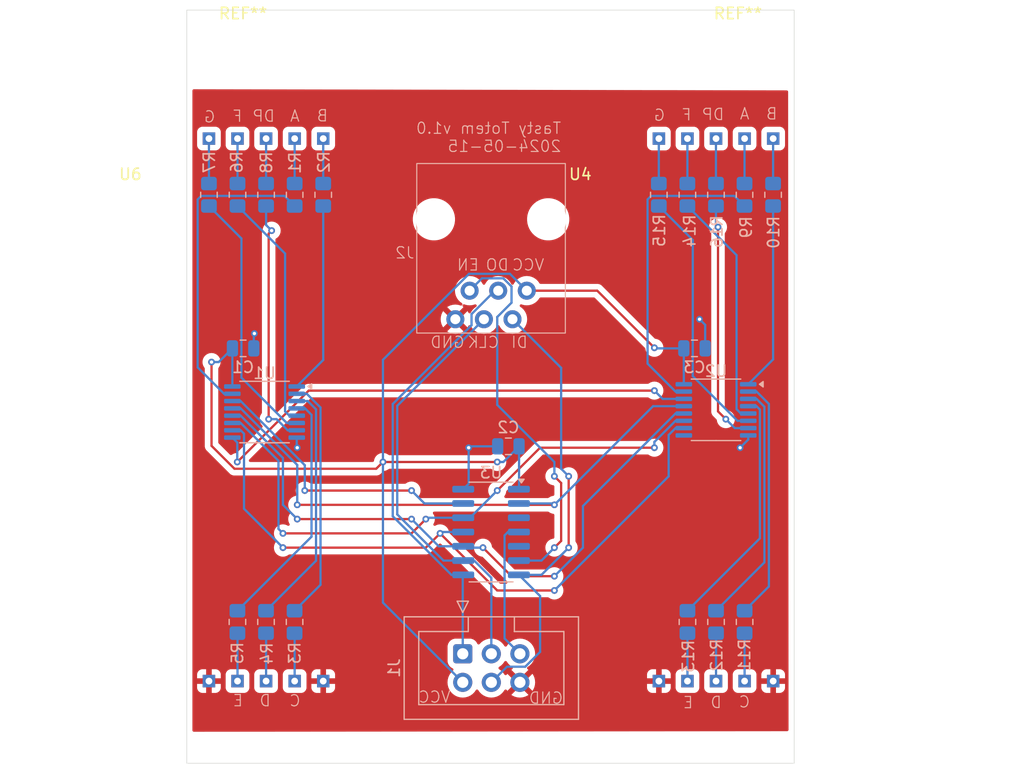
<source format=kicad_pcb>
(kicad_pcb (version 20240108) (generator "pcbnew") (generator_version "8.0")
  (layers (0 "F.Cu" signal) (31 "B.Cu" signal) (34 "B.Paste" user) (35 "F.Paste" user) (36 "B.SilkS" user "B.Silkscreen") (37 "F.SilkS" user "F.Silkscreen") (38 "B.Mask" user) (39 "F.Mask" user) (44 "Edge.Cuts" user))
  (net 0 "")
  (net 2 "GND")
  (net 3 "VCC")
  (net 4 "Net-(U1-QH')")
  (net 5 "/oe")
  (net 6 "/srclk")
  (net 7 "/ser")
  (net 8 "/srclr")
  (net 9 "/rclk")
  (net 10 "/EN")
  (net 13 "/DO")
  (net 14 "/CLK")
  (net 15 "/DI")
  (net 16 "Net-(U6-A)")
  (net 17 "Net-(U6-B)")
  (net 18 "Net-(U6-C)")
  (net 19 "Net-(U6-D)")
  (net 20 "Net-(U6-E)")
  (net 21 "Net-(U6-F)")
  (net 22 "Net-(U6-G)")
  (net 23 "Net-(U6-DP)")
  (net 24 "Net-(U4-A)")
  (net 25 "Net-(U4-B)")
  (net 26 "Net-(U4-C)")
  (net 27 "Net-(U4-D)")
  (net 28 "Net-(U4-E)")
  (net 29 "Net-(U4-F)")
  (net 30 "Net-(U4-G)")
  (net 31 "Net-(U4-DP)")
  (net 32 "/1.A")
  (net 33 "/1.B")
  (net 34 "/1.C")
  (net 35 "/1.D")
  (net 36 "/1.E")
  (net 37 "/1.F")
  (net 38 "/1.G")
  (net 39 "/1.H")
  (net 40 "/10.A")
  (net 41 "/10.B")
  (net 42 "/10.C")
  (net 43 "/10.D")
  (net 44 "/10.E")
  (net 45 "/10.F")
  (net 46 "/10.G")
  (net 47 "/10.H")
  (net 48 "/RESET")
  (footprint "SH18101AS:SH18101AS" (layer "F.Cu") (at 130.05 72.06)
    (property "Reference" "U6" (at -12.065 -20.955 0) (layer "F.SilkS"))
    (property "Value" "SH18101AS")
    (pad "P$1" thru_hole rect (at -5.08 -24.13) (size 1.108 1.108) (drill 0.6) (layers "*.Cu" "*.Mask") (net 22 "Net-(U6-G)"))
    (pad "P$2" thru_hole rect (at -2.54 -24.13) (size 1.108 1.108) (drill 0.6) (layers "*.Cu" "*.Mask") (net 21 "Net-(U6-F)"))
    (pad "P$3" thru_hole rect (at 0 -24.13) (size 1.108 1.108) (drill 0.6) (layers "*.Cu" "*.Mask") (net 23 "Net-(U6-DP)"))
    (pad "P$4" thru_hole rect (at 2.54 -24.13) (size 1.108 1.108) (drill 0.6) (layers "*.Cu" "*.Mask") (net 16 "Net-(U6-A)"))
    (pad "P$5" thru_hole rect (at 5.08 -24.13) (size 1.108 1.108) (drill 0.6) (layers "*.Cu" "*.Mask") (net 17 "Net-(U6-B)"))
    (pad "P$6" thru_hole rect (at -5.08 24.13) (size 1.108 1.108) (drill 0.6) (layers "*.Cu" "*.Mask") (net 2 "GND"))
    (pad "P$7" thru_hole rect (at -2.54 24.13) (size 1.108 1.108) (drill 0.6) (layers "*.Cu" "*.Mask") (net 20 "Net-(U6-E)"))
    (pad "P$8" thru_hole rect (at 0 24.13) (size 1.108 1.108) (drill 0.6) (layers "*.Cu" "*.Mask") (net 19 "Net-(U6-D)"))
    (pad "P$9" thru_hole rect (at 2.54 24.13) (size 1.108 1.108) (drill 0.6) (layers "*.Cu" "*.Mask") (net 18 "Net-(U6-C)"))
    (pad "P$10" thru_hole rect (at 5.08 24.13) (size 1.108 1.108) (drill 0.6) (layers "*.Cu" "*.Mask") (net 2 "GND"))
  )
  (footprint "MountingHole:MountingHole_2.2mm_M2" (layer "F.Cu") (at 172 40)
    (property "Reference" "REF**" (at 0 -3.2 0) (layer "F.SilkS"))
    (property "Value" "MountingHole_2.2mm_M2")
    (pad "" np_thru_hole circle (at 0 0) (size 2.2 2.2) (drill 2.2) (layers "*.Cu" "*.Mask"))
  )
  (footprint "SH18101AS:SH18101AS" (layer "F.Cu") (at 170.05 72.06)
    (property "Reference" "U4" (at -12.065 -20.955 0) (layer "F.SilkS"))
    (property "Value" "SH18101AS")
    (pad "P$1" thru_hole rect (at -5.08 -24.13) (size 1.108 1.108) (drill 0.6) (layers "*.Cu" "*.Mask") (net 30 "Net-(U4-G)"))
    (pad "P$2" thru_hole rect (at -2.54 -24.13) (size 1.108 1.108) (drill 0.6) (layers "*.Cu" "*.Mask") (net 29 "Net-(U4-F)"))
    (pad "P$3" thru_hole rect (at 0 -24.13) (size 1.108 1.108) (drill 0.6) (layers "*.Cu" "*.Mask") (net 31 "Net-(U4-DP)"))
    (pad "P$4" thru_hole rect (at 2.54 -24.13) (size 1.108 1.108) (drill 0.6) (layers "*.Cu" "*.Mask") (net 24 "Net-(U4-A)"))
    (pad "P$5" thru_hole rect (at 5.08 -24.13) (size 1.108 1.108) (drill 0.6) (layers "*.Cu" "*.Mask") (net 25 "Net-(U4-B)"))
    (pad "P$6" thru_hole rect (at -5.08 24.13) (size 1.108 1.108) (drill 0.6) (layers "*.Cu" "*.Mask") (net 2 "GND"))
    (pad "P$7" thru_hole rect (at -2.54 24.13) (size 1.108 1.108) (drill 0.6) (layers "*.Cu" "*.Mask") (net 28 "Net-(U4-E)"))
    (pad "P$8" thru_hole rect (at 0 24.13) (size 1.108 1.108) (drill 0.6) (layers "*.Cu" "*.Mask") (net 27 "Net-(U4-D)"))
    (pad "P$9" thru_hole rect (at 2.54 24.13) (size 1.108 1.108) (drill 0.6) (layers "*.Cu" "*.Mask") (net 26 "Net-(U4-C)"))
    (pad "P$10" thru_hole rect (at 5.08 24.13) (size 1.108 1.108) (drill 0.6) (layers "*.Cu" "*.Mask") (net 2 "GND"))
  )
  (footprint "MountingHole:MountingHole_2.2mm_M2" (layer "F.Cu") (at 128 40)
    (property "Reference" "REF**" (at 0 -3.2 0) (layer "F.SilkS"))
    (property "Value" "MountingHole_2.2mm_M2")
    (pad "" np_thru_hole circle (at 0 0) (size 2.2 2.2) (drill 2.2) (layers "*.Cu" "*.Mask"))
  )
  (footprint "Capacitor_SMD:C_0805_2012Metric" (layer "B.Cu") (at 151.589079 75.306111 180)
    (property "Reference" "C2" (at 0 1.68 180) (layer "B.SilkS") (effects (justify mirror)))
    (property "Value" "C")
    (pad "1" smd roundrect (at -0.95 0 180) (size 1 1.45) (layers "B.Cu" "B.Paste" "B.Mask") (net 3 "VCC"))
    (pad "2" smd roundrect (at 0.95 0 180) (size 1 1.45) (layers "B.Cu" "B.Paste" "B.Mask") (net 2 "GND"))
  )
  (footprint "Resistor_SMD:R_0805_2012Metric_Pad1.20x1.40mm_HandSolder" (layer "B.Cu") (at 130.05 52.93 -90)
    (property "Reference" "R8" (at -2.871096 -0.026921 90) (layer "B.SilkS") (effects (justify mirror)))
    (property "Value" "R")
    (pad "1" smd roundrect (at -1 0 270) (size 1.2 1.4) (layers "B.Cu" "B.Paste" "B.Mask") (roundrect_rratio 0.208333) (net 23 "Net-(U6-DP)"))
    (pad "2" smd roundrect (at 1 0 270) (size 1.2 1.4) (layers "B.Cu" "B.Paste" "B.Mask") (roundrect_rratio 0.208333) (net 47 "/10.H"))
  )
  (footprint "Resistor_SMD:R_0805_2012Metric_Pad1.20x1.40mm_HandSolder" (layer "B.Cu") (at 124.97 52.93 -90)
    (property "Reference" "R7" (at -2.903626 -0.032166 90) (layer "B.SilkS") (effects (justify mirror)))
    (property "Value" "R")
    (pad "1" smd roundrect (at -1 0 270) (size 1.2 1.4) (layers "B.Cu" "B.Paste" "B.Mask") (roundrect_rratio 0.208333) (net 22 "Net-(U6-G)"))
    (pad "2" smd roundrect (at 1 0 270) (size 1.2 1.4) (layers "B.Cu" "B.Paste" "B.Mask") (roundrect_rratio 0.208333) (net 46 "/10.G"))
  )
  (footprint "Resistor_SMD:R_0805_2012Metric_Pad1.20x1.40mm_HandSolder" (layer "B.Cu") (at 167.51 90.93 90)
    (property "Reference" "R13" (at -3.05719 0.081838 270) (layer "B.SilkS") (effects (justify mirror)))
    (property "Value" "R")
    (pad "1" smd roundrect (at -1 0 90) (size 1.2 1.4) (layers "B.Cu" "B.Paste" "B.Mask") (roundrect_rratio 0.208333) (net 28 "Net-(U4-E)"))
    (pad "2" smd roundrect (at 1 0 90) (size 1.2 1.4) (layers "B.Cu" "B.Paste" "B.Mask") (roundrect_rratio 0.208333) (net 36 "/1.E"))
  )
  (footprint "Resistor_SMD:R_0805_2012Metric_Pad1.20x1.40mm_HandSolder" (layer "B.Cu") (at 135.13 52.93 -90)
    (property "Reference" "R2" (at -2.903626 -0.054207 90) (layer "B.SilkS") (effects (justify mirror)))
    (property "Value" "R")
    (pad "1" smd roundrect (at -1 0 270) (size 1.2 1.4) (layers "B.Cu" "B.Paste" "B.Mask") (roundrect_rratio 0.208333) (net 17 "Net-(U6-B)"))
    (pad "2" smd roundrect (at 1 0 270) (size 1.2 1.4) (layers "B.Cu" "B.Paste" "B.Mask") (roundrect_rratio 0.208333) (net 41 "/10.B"))
  )
  (footprint "Resistor_SMD:R_0805_2012Metric_Pad1.20x1.40mm_HandSolder" (layer "B.Cu") (at 127.502959 90.93 90)
    (property "Reference" "R5" (at -2.774134 0.001119 270) (layer "B.SilkS") (effects (justify mirror)))
    (property "Value" "R")
    (pad "1" smd roundrect (at -1 0 90) (size 1.2 1.4) (layers "B.Cu" "B.Paste" "B.Mask") (roundrect_rratio 0.208333) (net 20 "Net-(U6-E)"))
    (pad "2" smd roundrect (at 1 0 90) (size 1.2 1.4) (layers "B.Cu" "B.Paste" "B.Mask") (roundrect_rratio 0.208333) (net 44 "/10.E"))
  )
  (footprint "Capacitor_SMD:C_0805_2012Metric" (layer "B.Cu") (at 168.134332 66.592624)
    (property "Reference" "C3" (at 0 1.68 360) (layer "B.SilkS") (effects (justify mirror)))
    (property "Value" "C")
    (pad "1" smd roundrect (at -0.95 0) (size 1 1.45) (layers "B.Cu" "B.Paste" "B.Mask") (net 3 "VCC"))
    (pad "2" smd roundrect (at 0.95 0) (size 1 1.45) (layers "B.Cu" "B.Paste" "B.Mask") (net 2 "GND"))
  )
  (footprint "Resistor_SMD:R_0805_2012Metric_Pad1.20x1.40mm_HandSolder" (layer "B.Cu") (at 172.583801 52.93 -90)
    (property "Reference" "R9" (at 2.8868 -0.140581 90) (layer "B.SilkS") (effects (justify mirror)))
    (property "Value" "R")
    (pad "1" smd roundrect (at -1 0 270) (size 1.2 1.4) (layers "B.Cu" "B.Paste" "B.Mask") (roundrect_rratio 0.208333) (net 24 "Net-(U4-A)"))
    (pad "2" smd roundrect (at 1 0 270) (size 1.2 1.4) (layers "B.Cu" "B.Paste" "B.Mask") (roundrect_rratio 0.208333) (net 32 "/1.A"))
  )
  (footprint "Connector_IDC:IDC-Header_2x03_P2.54mm_Vertical" (layer "B.Cu") (at 147.533844 93.762064 -90)
    (property "Reference" "J1" (at 1.27 6.1 90) (layer "B.SilkS") (effects (justify mirror)))
    (property "Value" "AVR-ISP-6")
    (pad "1" thru_hole roundrect (at 0 0 270) (size 1.7 1.7) (drill 1) (layers "*.Cu" "*.Mask") (roundrect_rratio 0.147059) (net 13 "/DO"))
    (pad "2" thru_hole circle (at 2.54 0 270) (size 1.7 1.7) (drill 1) (layers "*.Cu" "*.Mask") (net 3 "VCC"))
    (pad "3" thru_hole circle (at 0 -2.54 270) (size 1.7 1.7) (drill 1) (layers "*.Cu" "*.Mask") (net 14 "/CLK"))
    (pad "4" thru_hole circle (at 2.54 -2.54 270) (size 1.7 1.7) (drill 1) (layers "*.Cu" "*.Mask") (net 15 "/DI"))
    (pad "5" thru_hole circle (at 0 -5.08 270) (size 1.7 1.7) (drill 1) (layers "*.Cu" "*.Mask") (net 48 "/RESET"))
    (pad "6" thru_hole circle (at 2.54 -5.08 270) (size 1.7 1.7) (drill 1) (layers "*.Cu" "*.Mask") (net 2 "GND"))
  )
  (footprint "Resistor_SMD:R_0805_2012Metric_Pad1.20x1.40mm_HandSolder" (layer "B.Cu") (at 172.59 90.93 90)
    (property "Reference" "R11" (at -2.951044 -0.009306 270) (layer "B.SilkS") (effects (justify mirror)))
    (property "Value" "R")
    (pad "1" smd roundrect (at -1 0 90) (size 1.2 1.4) (layers "B.Cu" "B.Paste" "B.Mask") (roundrect_rratio 0.208333) (net 26 "Net-(U4-C)"))
    (pad "2" smd roundrect (at 1 0 90) (size 1.2 1.4) (layers "B.Cu" "B.Paste" "B.Mask") (roundrect_rratio 0.208333) (net 34 "/1.C"))
  )
  (footprint "Package_SO:SOIC-14_3.9x8.7mm_P1.27mm" (layer "B.Cu") (at 150.05 82.93 180)
    (property "Reference" "U3" (at 0 5.28 180) (layer "B.SilkS") (effects (justify mirror)))
    (property "Value" "ATtiny84A-SS")
    (pad "1" smd roundrect (at -2.475 3.81 180) (size 1.95 0.6) (layers "B.Cu" "B.Paste" "B.Mask") (net 3 "VCC"))
    (pad "2" smd roundrect (at -2.475 2.54 180) (size 1.95 0.6) (layers "B.Cu" "B.Paste" "B.Mask") (net 5 "/oe"))
    (pad "3" smd roundrect (at -2.475 1.27 180) (size 1.95 0.6) (layers "B.Cu" "B.Paste" "B.Mask"))
    (pad "4" smd roundrect (at -2.475 0 180) (size 1.95 0.6) (layers "B.Cu" "B.Paste" "B.Mask") (net 48 "/RESET"))
    (pad "5" smd roundrect (at -2.475 -1.27 180) (size 1.95 0.6) (layers "B.Cu" "B.Paste" "B.Mask"))
    (pad "6" smd roundrect (at -2.475 -2.54 180) (size 1.95 0.6) (layers "B.Cu" "B.Paste" "B.Mask") (net 10 "/EN"))
    (pad "7" smd roundrect (at -2.475 -3.81 180) (size 1.95 0.6) (layers "B.Cu" "B.Paste" "B.Mask") (net 15 "/DI"))
    (pad "8" smd roundrect (at 2.475 -3.81 180) (size 1.95 0.6) (layers "B.Cu" "B.Paste" "B.Mask") (net 13 "/DO"))
    (pad "9" smd roundrect (at 2.475 -2.54 180) (size 1.95 0.6) (layers "B.Cu" "B.Paste" "B.Mask") (net 14 "/CLK"))
    (pad "10" smd roundrect (at 2.475 -1.27 180) (size 1.95 0.6) (layers "B.Cu" "B.Paste" "B.Mask") (net 9 "/rclk"))
    (pad "11" smd roundrect (at 2.475 0 180) (size 1.95 0.6) (layers "B.Cu" "B.Paste" "B.Mask") (net 8 "/srclr"))
    (pad "12" smd roundrect (at 2.475 1.27 180) (size 1.95 0.6) (layers "B.Cu" "B.Paste" "B.Mask") (net 6 "/srclk"))
    (pad "13" smd roundrect (at 2.475 2.54 180) (size 1.95 0.6) (layers "B.Cu" "B.Paste" "B.Mask") (net 7 "/ser"))
    (pad "14" smd roundrect (at 2.475 3.81 180) (size 1.95 0.6) (layers "B.Cu" "B.Paste" "B.Mask") (net 2 "GND"))
  )
  (footprint "Capacitor_SMD:C_0805_2012Metric" (layer "B.Cu") (at 128.00734 66.592624)
    (property "Reference" "C1" (at 0 1.68 360) (layer "B.SilkS") (effects (justify mirror)))
    (property "Value" "C")
    (pad "1" smd roundrect (at -0.95 0) (size 1 1.45) (layers "B.Cu" "B.Paste" "B.Mask") (net 3 "VCC"))
    (pad "2" smd roundrect (at 0.95 0) (size 1 1.45) (layers "B.Cu" "B.Paste" "B.Mask") (net 2 "GND"))
  )
  (footprint "Resistor_SMD:R_0805_2012Metric_Pad1.20x1.40mm_HandSolder" (layer "B.Cu") (at 132.582959 90.93 90)
    (property "Reference" "R3" (at -2.774134 0.016121 270) (layer "B.SilkS") (effects (justify mirror)))
    (property "Value" "R")
    (pad "1" smd roundrect (at -1 0 90) (size 1.2 1.4) (layers "B.Cu" "B.Paste" "B.Mask") (roundrect_rratio 0.208333) (net 18 "Net-(U6-C)"))
    (pad "2" smd roundrect (at 1 0 90) (size 1.2 1.4) (layers "B.Cu" "B.Paste" "B.Mask") (roundrect_rratio 0.208333) (net 42 "/10.C"))
  )
  (footprint "Resistor_SMD:R_0805_2012Metric_Pad1.20x1.40mm_HandSolder" (layer "B.Cu") (at 167.503801 52.93 -90)
    (property "Reference" "R14" (at 3.212104 -0.210887 90) (layer "B.SilkS") (effects (justify mirror)))
    (property "Value" "R")
    (pad "1" smd roundrect (at -1 0 270) (size 1.2 1.4) (layers "B.Cu" "B.Paste" "B.Mask") (roundrect_rratio 0.208333) (net 29 "Net-(U4-F)"))
    (pad "2" smd roundrect (at 1 0 270) (size 1.2 1.4) (layers "B.Cu" "B.Paste" "B.Mask") (roundrect_rratio 0.208333) (net 37 "/1.F"))
  )
  (footprint "Resistor_SMD:R_0805_2012Metric_Pad1.20x1.40mm_HandSolder" (layer "B.Cu") (at 130.042959 90.93 90)
    (property "Reference" "R4" (at -2.809516 0.079384 270) (layer "B.SilkS") (effects (justify mirror)))
    (property "Value" "R")
    (pad "1" smd roundrect (at -1 0 90) (size 1.2 1.4) (layers "B.Cu" "B.Paste" "B.Mask") (roundrect_rratio 0.208333) (net 19 "Net-(U6-D)"))
    (pad "2" smd roundrect (at 1 0 90) (size 1.2 1.4) (layers "B.Cu" "B.Paste" "B.Mask") (roundrect_rratio 0.208333) (net 43 "/10.D"))
  )
  (footprint "Package_SO:TSSOP-16_4.4x5mm_P0.65mm" (layer "B.Cu") (at 170.05 72.06 180)
    (property "Reference" "U2" (at 0 3.45 180) (layer "B.SilkS") (effects (justify mirror)))
    (property "Value" "74HC595")
    (pad "1" smd roundrect (at -2.8625 2.275 180) (size 1.475 0.4) (layers "B.Cu" "B.Paste" "B.Mask") (net 33 "/1.B"))
    (pad "2" smd roundrect (at -2.8625 1.625 180) (size 1.475 0.4) (layers "B.Cu" "B.Paste" "B.Mask") (net 34 "/1.C"))
    (pad "3" smd roundrect (at -2.8625 0.975 180) (size 1.475 0.4) (layers "B.Cu" "B.Paste" "B.Mask") (net 35 "/1.D"))
    (pad "4" smd roundrect (at -2.8625 0.325 180) (size 1.475 0.4) (layers "B.Cu" "B.Paste" "B.Mask") (net 36 "/1.E"))
    (pad "5" smd roundrect (at -2.8625 -0.325 180) (size 1.475 0.4) (layers "B.Cu" "B.Paste" "B.Mask") (net 37 "/1.F"))
    (pad "6" smd roundrect (at -2.8625 -0.975 180) (size 1.475 0.4) (layers "B.Cu" "B.Paste" "B.Mask") (net 38 "/1.G"))
    (pad "7" smd roundrect (at -2.8625 -1.625 180) (size 1.475 0.4) (layers "B.Cu" "B.Paste" "B.Mask") (net 39 "/1.H"))
    (pad "8" smd roundrect (at -2.8625 -2.275 180) (size 1.475 0.4) (layers "B.Cu" "B.Paste" "B.Mask") (net 2 "GND"))
    (pad "9" smd roundrect (at 2.8625 -2.275 180) (size 1.475 0.4) (layers "B.Cu" "B.Paste" "B.Mask"))
    (pad "10" smd roundrect (at 2.8625 -1.625 180) (size 1.475 0.4) (layers "B.Cu" "B.Paste" "B.Mask") (net 8 "/srclr"))
    (pad "11" smd roundrect (at 2.8625 -0.975 180) (size 1.475 0.4) (layers "B.Cu" "B.Paste" "B.Mask") (net 6 "/srclk"))
    (pad "12" smd roundrect (at 2.8625 -0.325 180) (size 1.475 0.4) (layers "B.Cu" "B.Paste" "B.Mask") (net 9 "/rclk"))
    (pad "13" smd roundrect (at 2.8625 0.325 180) (size 1.475 0.4) (layers "B.Cu" "B.Paste" "B.Mask") (net 5 "/oe"))
    (pad "14" smd roundrect (at 2.8625 0.975 180) (size 1.475 0.4) (layers "B.Cu" "B.Paste" "B.Mask") (net 4 "Net-(U1-QH')"))
    (pad "15" smd roundrect (at 2.8625 1.625 180) (size 1.475 0.4) (layers "B.Cu" "B.Paste" "B.Mask") (net 32 "/1.A"))
    (pad "16" smd roundrect (at 2.8625 2.275 180) (size 1.475 0.4) (layers "B.Cu" "B.Paste" "B.Mask") (net 3 "VCC"))
  )
  (footprint "Resistor_SMD:R_0805_2012Metric_Pad1.20x1.40mm_HandSolder" (layer "B.Cu") (at 132.59 52.93 -90)
    (property "Reference" "R1" (at -2.838565 -0.024299 90) (layer "B.SilkS") (effects (justify mirror)))
    (property "Value" "R")
    (pad "1" smd roundrect (at -1 0 270) (size 1.2 1.4) (layers "B.Cu" "B.Paste" "B.Mask") (roundrect_rratio 0.208333) (net 16 "Net-(U6-A)"))
    (pad "2" smd roundrect (at 1 0 270) (size 1.2 1.4) (layers "B.Cu" "B.Paste" "B.Mask") (roundrect_rratio 0.208333) (net 40 "/10.A"))
  )
  (footprint "Resistor_SMD:R_0805_2012Metric_Pad1.20x1.40mm_HandSolder" (layer "B.Cu") (at 175.123801 52.93 -90)
    (property "Reference" "R10" (at 3.342226 -0.040367 90) (layer "B.SilkS") (effects (justify mirror)))
    (property "Value" "R")
    (pad "1" smd roundrect (at -1 0 270) (size 1.2 1.4) (layers "B.Cu" "B.Paste" "B.Mask") (roundrect_rratio 0.208333) (net 25 "Net-(U4-B)"))
    (pad "2" smd roundrect (at 1 0 270) (size 1.2 1.4) (layers "B.Cu" "B.Paste" "B.Mask") (roundrect_rratio 0.208333) (net 33 "/1.B"))
  )
  (footprint "Resistor_SMD:R_0805_2012Metric_Pad1.20x1.40mm_HandSolder" (layer "B.Cu") (at 170.05 90.93 90)
    (property "Reference" "R12" (at -2.951044 0.053957 270) (layer "B.SilkS") (effects (justify mirror)))
    (property "Value" "R")
    (pad "1" smd roundrect (at -1 0 90) (size 1.2 1.4) (layers "B.Cu" "B.Paste" "B.Mask") (roundrect_rratio 0.208333) (net 27 "Net-(U4-D)"))
    (pad "2" smd roundrect (at 1 0 90) (size 1.2 1.4) (layers "B.Cu" "B.Paste" "B.Mask") (roundrect_rratio 0.208333) (net 35 "/1.D"))
  )
  (footprint "Resistor_SMD:R_0805_2012Metric_Pad1.20x1.40mm_HandSolder" (layer "B.Cu") (at 164.963801 52.93 -90)
    (property "Reference" "R15" (at 3.179574 -0.050857 90) (layer "B.SilkS") (effects (justify mirror)))
    (property "Value" "R")
    (pad "1" smd roundrect (at -1 0 270) (size 1.2 1.4) (layers "B.Cu" "B.Paste" "B.Mask") (roundrect_rratio 0.208333) (net 30 "Net-(U4-G)"))
    (pad "2" smd roundrect (at 1 0 270) (size 1.2 1.4) (layers "B.Cu" "B.Paste" "B.Mask") (roundrect_rratio 0.208333) (net 38 "/1.G"))
  )
  (footprint "Garth:RJ11-Straight" (layer "B.Cu") (at 150.05 61.46 180)
    (property "Reference" "J2" (at 7.67 3.37 0) (layer "B.SilkS") (effects (font (thickness 0.1)) (justify mirror)))
    (property "Value" "~")
    (pad "" np_thru_hole circle (at -5.08 6.35 180) (size 3.25 3.25) (drill 3.25) (layers "F&B.Cu" "*.Mask"))
    (pad "" np_thru_hole circle (at 5.08 6.35 180) (size 3.25 3.25) (drill 3.25) (layers "F&B.Cu" "*.Mask"))
    (pad "1" thru_hole circle (at -3.175 0 180) (size 1.6 1.6) (drill 0.89) (layers "*.Cu" "*.Mask") (net 3 "VCC"))
    (pad "2" thru_hole circle (at -1.905 -2.54 180) (size 1.6 1.6) (drill 0.89) (layers "*.Cu" "*.Mask") (net 15 "/DI"))
    (pad "3" thru_hole circle (at -0.635 0 180) (size 1.6 1.6) (drill 0.89) (layers "*.Cu" "*.Mask") (net 13 "/DO"))
    (pad "4" thru_hole circle (at 0.635 -2.54 180) (size 1.6 1.6) (drill 0.89) (layers "*.Cu" "*.Mask") (net 14 "/CLK"))
    (pad "5" thru_hole circle (at 1.905 0 180) (size 1.6 1.6) (drill 0.89) (layers "*.Cu" "*.Mask") (net 10 "/EN"))
    (pad "6" thru_hole circle (at 3.175 -2.54 180) (size 1.6 1.6) (drill 0.89) (layers "*.Cu" "*.Mask") (net 2 "GND"))
  )
  (footprint "Resistor_SMD:R_0805_2012Metric_Pad1.20x1.40mm_HandSolder" (layer "B.Cu") (at 127.51 52.93 -90)
    (property "Reference" "R6" (at -2.903626 0.068047 90) (layer "B.SilkS") (effects (justify mirror)))
    (property "Value" "R")
    (pad "1" smd roundrect (at -1 0 270) (size 1.2 1.4) (layers "B.Cu" "B.Paste" "B.Mask") (roundrect_rratio 0.208333) (net 21 "Net-(U6-F)"))
    (pad "2" smd roundrect (at 1 0 270) (size 1.2 1.4) (layers "B.Cu" "B.Paste" "B.Mask") (roundrect_rratio 0.208333) (net 45 "/10.F"))
  )
  (footprint "Resistor_SMD:R_0805_2012Metric_Pad1.20x1.40mm_HandSolder" (layer "B.Cu") (at 170.043801 52.93 -90)
    (property "Reference" "R16" (at 3.277165 -0.078143 90) (layer "B.SilkS") (effects (justify mirror)))
    (property "Value" "R")
    (pad "1" smd roundrect (at -1 0 270) (size 1.2 1.4) (layers "B.Cu" "B.Paste" "B.Mask") (roundrect_rratio 0.208333) (net 31 "Net-(U4-DP)"))
    (pad "2" smd roundrect (at 1 0 270) (size 1.2 1.4) (layers "B.Cu" "B.Paste" "B.Mask") (roundrect_rratio 0.208333) (net 39 "/1.H"))
  )
  (footprint "Package_SO:TSSOP-16_4.4x5mm_P0.65mm" (layer "B.Cu") (at 129.9125 72.255 180)
    (property "Reference" "U1" (at 0 3.45 180) (layer "B.SilkS") (effects (justify mirror)))
    (property "Value" "74HC595")
    (pad "1" smd roundrect (at -2.8625 2.275 180) (size 1.475 0.4) (layers "B.Cu" "B.Paste" "B.Mask") (net 41 "/10.B"))
    (pad "2" smd roundrect (at -2.8625 1.625 180) (size 1.475 0.4) (layers "B.Cu" "B.Paste" "B.Mask") (net 42 "/10.C"))
    (pad "3" smd roundrect (at -2.8625 0.975 180) (size 1.475 0.4) (layers "B.Cu" "B.Paste" "B.Mask") (net 43 "/10.D"))
    (pad "4" smd roundrect (at -2.8625 0.325 180) (size 1.475 0.4) (layers "B.Cu" "B.Paste" "B.Mask") (net 44 "/10.E"))
    (pad "5" smd roundrect (at -2.8625 -0.325 180) (size 1.475 0.4) (layers "B.Cu" "B.Paste" "B.Mask") (net 45 "/10.F"))
    (pad "6" smd roundrect (at -2.8625 -0.975 180) (size 1.475 0.4) (layers "B.Cu" "B.Paste" "B.Mask") (net 46 "/10.G"))
    (pad "7" smd roundrect (at -2.8625 -1.625 180) (size 1.475 0.4) (layers "B.Cu" "B.Paste" "B.Mask") (net 47 "/10.H"))
    (pad "8" smd roundrect (at -2.8625 -2.275 180) (size 1.475 0.4) (layers "B.Cu" "B.Paste" "B.Mask") (net 2 "GND"))
    (pad "9" smd roundrect (at 2.8625 -2.275 180) (size 1.475 0.4) (layers "B.Cu" "B.Paste" "B.Mask") (net 4 "Net-(U1-QH')"))
    (pad "10" smd roundrect (at 2.8625 -1.625 180) (size 1.475 0.4) (layers "B.Cu" "B.Paste" "B.Mask") (net 8 "/srclr"))
    (pad "11" smd roundrect (at 2.8625 -0.975 180) (size 1.475 0.4) (layers "B.Cu" "B.Paste" "B.Mask") (net 6 "/srclk"))
    (pad "12" smd roundrect (at 2.8625 -0.325 180) (size 1.475 0.4) (layers "B.Cu" "B.Paste" "B.Mask") (net 9 "/rclk"))
    (pad "13" smd roundrect (at 2.8625 0.325 180) (size 1.475 0.4) (layers "B.Cu" "B.Paste" "B.Mask") (net 5 "/oe"))
    (pad "14" smd roundrect (at 2.8625 0.975 180) (size 1.475 0.4) (layers "B.Cu" "B.Paste" "B.Mask") (net 7 "/ser"))
    (pad "15" smd roundrect (at 2.8625 1.625 180) (size 1.475 0.4) (layers "B.Cu" "B.Paste" "B.Mask") (net 40 "/10.A"))
    (pad "16" smd roundrect (at 2.8625 2.275 180) (size 1.475 0.4) (layers "B.Cu" "B.Paste" "B.Mask") (net 3 "VCC"))
  )
  (gr_rect (start 123 36.5) (end 177 103.5) (stroke (width 0.05)) (fill none) (layer "Edge.Cuts"))
  (gr_text "E\n" (at 128.060192 98.509529 0) (layer "B.SilkS") (effects (font (size 1 1) (thickness 0.1)) (justify left bottom mirror)))
  (gr_text "G" (at 125.603599 46.577913 0) (layer "B.SilkS") (effects (font (size 1 1) (thickness 0.1)) (justify left bottom mirror)))
  (gr_text "Tasty Totem v1.0\n2024-05-15" (at 156.35 49.2 0) (layer "B.SilkS") (effects (font (size 1 1) (thickness 0.1)) (justify left bottom mirror)))
  (gr_text "D" (at 170.620355 98.667936 0) (layer "B.SilkS") (effects (font (size 1 1) (thickness 0.1)) (justify left bottom mirror)))
  (gr_text "EN" (at 149.034597 59.750596 0) (layer "B.SilkS") (effects (font (size 1 1) (thickness 0.1)) (justify left bottom mirror)))
  (gr_text "B" (at 175.563616 46.309507 0) (layer "B.SilkS") (effects (font (size 1 1) (thickness 0.1)) (justify left bottom mirror)))
  (gr_text "A" (at 133.104028 46.508848 0) (layer "B.SilkS") (effects (font (size 1 1) (thickness 0.1)) (justify left bottom mirror)))
  (gr_text "GND" (at 156.523844 98.282064 0) (layer "B.SilkS") (effects (font (size 1 1) (thickness 0.1)) (justify left bottom mirror)))
  (gr_text "VCC" (at 154.848083 59.750596 0) (layer "B.SilkS") (effects (font (size 1 1) (thickness 0.1)) (justify left bottom mirror)))
  (gr_text "DO" (at 151.688894 59.750596 0) (layer "B.SilkS") (effects (font (size 1 1) (thickness 0.1)) (justify left bottom mirror)))
  (gr_text "VCC" (at 146.519332 98.191783 0) (layer "B.SilkS") (effects (font (size 1 1) (thickness 0.1)) (justify left bottom mirror)))
  (gr_text "C" (at 173.143346 98.622883 0) (layer "B.SilkS") (effects (font (size 1 1) (thickness 0.1)) (justify left bottom mirror)))
  (gr_text "DP" (at 170.842297 46.362556 0) (layer "B.SilkS") (effects (font (size 1 1) (thickness 0.1)) (justify left bottom mirror)))
  (gr_text "A" (at 173.088018 46.309507 0) (layer "B.SilkS") (effects (font (size 1 1) (thickness 0.1)) (justify left bottom mirror)))
  (gr_text "F" (at 127.993239 46.522661 0) (layer "B.SilkS") (effects (font (size 1 1) (thickness 0.1)) (justify left bottom mirror)))
  (gr_text "E" (at 168.082347 98.682954 0) (layer "B.SilkS") (effects (font (size 1 1) (thickness 0.1)) (justify left bottom mirror)))
  (gr_text "C" (at 133.184243 98.520072 0) (layer "B.SilkS") (effects (font (size 1 1) (thickness 0.1)) (justify left bottom mirror)))
  (gr_text "CLK" (at 150.837788 66.631571 0) (layer "B.SilkS") (effects (font (size 1 1) (thickness 0.1)) (justify left bottom mirror)))
  (gr_text "B" (at 135.617984 46.481222 0) (layer "B.SilkS") (effects (font (size 1 1) (thickness 0.1)) (justify left bottom mirror)))
  (gr_text "GND" (at 147.765151 66.631571 0) (layer "B.SilkS") (effects (font (size 1 1) (thickness 0.1)) (justify left bottom mirror)))
  (gr_text "F" (at 167.924627 46.397922 0) (layer "B.SilkS") (effects (font (size 1 1) (thickness 0.1)) (justify left bottom mirror)))
  (gr_text "DP" (at 130.893957 46.508848 0) (layer "B.SilkS") (effects (font (size 1 1) (thickness 0.1)) (justify left bottom mirror)))
  (gr_text "G" (at 165.590492 46.433287 0) (layer "B.SilkS") (effects (font (size 1 1) (thickness 0.1)) (justify left bottom mirror)))
  (gr_text "DI" (at 153.37668 66.631571 0) (layer "B.SilkS") (effects (font (size 1 1) (thickness 0.1)) (justify left bottom mirror)))
  (gr_text "D" (at 130.527328 98.509529 0) (layer "B.SilkS") (effects (font (size 1 1) (thickness 0.1)) (justify left bottom mirror)))
  (via (at 172.19 75.43) (size 0.6) (drill 0.3) (layers "F.Cu" "B.Cu") (net 2))
  (via (at 129.01 65.27) (size 0.6) (drill 0.3) (layers "F.Cu" "B.Cu") (net 2))
  (via (at 132.82 75.43) (size 0.6) (drill 0.3) (layers "F.Cu" "B.Cu") (net 2))
  (via (at 168.584332 64) (size 0.6) (drill 0.3) (layers "F.Cu" "B.Cu") (net 2))
  (via (at 148.06 75.43) (size 0.6) (drill 0.3) (layers "F.Cu" "B.Cu") (net 2))
  (segment (start 128.95734 65.32266) (end 129.01 65.27) (width 0.2) (layer "B.Cu") (net 2))
  (segment (start 148.183889 75.306111) (end 148.06 75.43) (width 0.2) (layer "B.Cu") (net 2))
  (segment (start 172.9125 74.335) (end 172.9125 74.7075) (width 0.2) (layer "B.Cu") (net 2))
  (segment (start 132.775 75.385) (end 132.82 75.43) (width 0.2) (layer "B.Cu") (net 2))
  (segment (start 169.084332 66.592624) (end 169.084332 64.5) (width 0.2) (layer "B.Cu") (net 2))
  (segment (start 132.775 74.53) (end 132.775 75.385) (width 0.2) (layer "B.Cu") (net 2))
  (segment (start 128.95734 66.592624) (end 128.95734 65.32266) (width 0.2) (layer "B.Cu") (net 2))
  (segment (start 148.06 78.635) (end 148.06 75.43) (width 0.2) (layer "B.Cu") (net 2))
  (segment (start 169.084332 64.5) (end 168.584332 64) (width 0.2) (layer "B.Cu") (net 2))
  (segment (start 147.575 79.12) (end 148.06 78.635) (width 0.2) (layer "B.Cu") (net 2))
  (segment (start 172.9125 74.7075) (end 172.19 75.43) (width 0.2) (layer "B.Cu") (net 2))
  (segment (start 150.639079 75.306111) (end 148.183889 75.306111) (width 0.2) (layer "B.Cu") (net 2))
  (segment (start 159.49 61.46) (end 153.225 61.46) (width 0.2) (layer "F.Cu") (net 3))
  (segment (start 139.84 77.3) (end 140.44 76.7) (width 0.2) (layer "F.Cu") (net 3))
  (segment (start 125.2 67.81) (end 125.2 75.261029) (width 0.2) (layer "F.Cu") (net 3))
  (segment (start 125.2 75.261029) (end 127.238971 77.3) (width 0.2) (layer "F.Cu") (net 3))
  (segment (start 127.238971 77.3) (end 139.84 77.3) (width 0.2) (layer "F.Cu") (net 3))
  (segment (start 164.57 66.54) (end 159.49 61.46) (width 0.2) (layer "F.Cu") (net 3))
  (segment (start 140.44 76.7) (end 150.6 76.7) (width 0.2) (layer "F.Cu") (net 3))
  (via (at 150.6 76.7) (size 0.6) (drill 0.3) (layers "F.Cu" "B.Cu") (net 3))
  (via (at 164.57 66.54) (size 0.6) (drill 0.3) (layers "F.Cu" "B.Cu") (net 3))
  (via (at 125.2 67.81) (size 0.6) (drill 0.3) (layers "F.Cu" "B.Cu") (net 3))
  (via (at 140.44 76.7) (size 0.6) (drill 0.3) (layers "F.Cu" "B.Cu") (net 3))
  (segment (start 127.05 66.599964) (end 127.05734 66.592624) (width 0.2) (layer "B.Cu") (net 3))
  (segment (start 167.184332 66.592624) (end 164.622624 66.592624) (width 0.2) (layer "B.Cu") (net 3))
  (segment (start 153.225 61.46) (end 151.725 59.96) (width 0.2) (layer "B.Cu") (net 3))
  (segment (start 150.6 76.7) (end 151.14519 76.7) (width 0.2) (layer "B.Cu") (net 3))
  (segment (start 127.05734 66.592624) (end 125.839964 67.81) (width 0.2) (layer "B.Cu") (net 3))
  (segment (start 125.839964 67.81) (end 125.2 67.81) (width 0.2) (layer "B.Cu") (net 3))
  (segment (start 148.089365 59.96) (end 140.44 67.609365) (width 0.2) (layer "B.Cu") (net 3))
  (segment (start 151.725 59.96) (end 148.089365 59.96) (width 0.2) (layer "B.Cu") (net 3))
  (segment (start 152.539079 79.105921) (end 152.525 79.12) (width 0.2) (layer "B.Cu") (net 3))
  (segment (start 127.05 69.98) (end 127.05 66.599964) (width 0.2) (layer "B.Cu") (net 3))
  (segment (start 167.1875 66.595792) (end 167.184332 66.592624) (width 0.2) (layer "B.Cu") (net 3))
  (segment (start 151.14519 76.7) (end 152.539079 75.306111) (width 0.2) (layer "B.Cu") (net 3))
  (segment (start 164.622624 66.592624) (end 164.57 66.54) (width 0.2) (layer "B.Cu") (net 3))
  (segment (start 140.44 89.20822) (end 140.44 76.7) (width 0.2) (layer "B.Cu") (net 3))
  (segment (start 140.44 67.609365) (end 140.44 76.7) (width 0.2) (layer "B.Cu") (net 3))
  (segment (start 147.533844 96.302064) (end 140.44 89.20822) (width 0.2) (layer "B.Cu") (net 3))
  (segment (start 167.1875 69.785) (end 167.1875 66.595792) (width 0.2) (layer "B.Cu") (net 3))
  (segment (start 152.539079 75.306111) (end 152.539079 79.105921) (width 0.2) (layer "B.Cu") (net 3))
  (segment (start 133.8375 70.35) (end 164.57 70.35) (width 0.2) (layer "F.Cu") (net 4))
  (segment (start 127.4875 76.7) (end 133.8375 70.35) (width 0.2) (layer "F.Cu") (net 4))
  (via (at 127.4875 76.7) (size 0.6) (drill 0.3) (layers "F.Cu" "B.Cu") (net 4))
  (via (at 164.57 70.35) (size 0.6) (drill 0.3) (layers "F.Cu" "B.Cu") (net 4))
  (segment (start 164.57 70.35) (end 165.305 71.085) (width 0.2) (layer "B.Cu") (net 4))
  (segment (start 165.305 71.085) (end 167.1875 71.085) (width 0.2) (layer "B.Cu") (net 4))
  (segment (start 127.4875 74.9675) (end 127.4875 76.7) (width 0.2) (layer "B.Cu") (net 4))
  (segment (start 127.05 74.53) (end 127.4875 74.9675) (width 0.2) (layer "B.Cu") (net 4))
  (segment (start 132.82 80.51) (end 155.68 80.51) (width 0.2) (layer "F.Cu") (net 5))
  (via (at 155.68 80.51) (size 0.6) (drill 0.3) (layers "F.Cu" "B.Cu") (net 5))
  (via (at 132.82 80.51) (size 0.6) (drill 0.3) (layers "F.Cu" "B.Cu") (net 5))
  (segment (start 155.68 80.51) (end 155.56 80.39) (width 0.2) (layer "B.Cu") (net 5))
  (segment (start 127.787499 71.93) (end 132.82 76.962501) (width 0.2) (layer "B.Cu") (net 5))
  (segment (start 155.56 80.39) (end 152.525 80.39) (width 0.2) (layer "B.Cu") (net 5))
  (segment (start 167.1875 71.735) (end 164.455 71.735) (width 0.2) (layer "B.Cu") (net 5))
  (segment (start 127.05 71.93) (end 127.787499 71.93) (width 0.2) (layer "B.Cu") (net 5))
  (segment (start 132.82 76.962501) (end 132.82 80.51) (width 0.2) (layer "B.Cu") (net 5))
  (segment (start 164.455 71.735) (end 155.68 80.51) (width 0.2) (layer "B.Cu") (net 5))
  (segment (start 131.55 83.05) (end 142.98 83.05) (width 0.2) (layer "F.Cu") (net 6))
  (segment (start 154.41 75.43) (end 150.6 79.24) (width 0.2) (layer "F.Cu") (net 6))
  (segment (start 164.57 75.43) (end 154.41 75.43) (width 0.2) (layer "F.Cu") (net 6))
  (segment (start 142.98 83.05) (end 144.25 81.78) (width 0.2) (layer "F.Cu") (net 6))
  (via (at 164.57 75.43) (size 0.6) (drill 0.3) (layers "F.Cu" "B.Cu") (net 6))
  (via (at 150.6 79.24) (size 0.6) (drill 0.3) (layers "F.Cu" "B.Cu") (net 6))
  (via (at 131.55 83.05) (size 0.6) (drill 0.3) (layers "F.Cu" "B.Cu") (net 6))
  (via (at 144.25 81.78) (size 0.6) (drill 0.3) (layers "F.Cu" "B.Cu") (net 6))
  (segment (start 131.15 76.592501) (end 131.15 82.65) (width 0.2) (layer "B.Cu") (net 6))
  (segment (start 127.05 73.23) (end 127.787499 73.23) (width 0.2) (layer "B.Cu") (net 6))
  (segment (start 144.37 81.66) (end 147.575 81.66) (width 0.2) (layer "B.Cu") (net 6))
  (segment (start 167.1875 73.035) (end 166.450001 73.035) (width 0.2) (layer "B.Cu") (net 6))
  (segment (start 148.18 81.66) (end 147.575 81.66) (width 0.2) (layer "B.Cu") (net 6))
  (segment (start 144.25 81.78) (end 144.37 81.66) (width 0.2) (layer "B.Cu") (net 6))
  (segment (start 150.6 79.24) (end 148.18 81.66) (width 0.2) (layer "B.Cu") (net 6))
  (segment (start 164.57 74.915001) (end 164.57 75.43) (width 0.2) (layer "B.Cu") (net 6))
  (segment (start 127.787499 73.23) (end 131.15 76.592501) (width 0.2) (layer "B.Cu") (net 6))
  (segment (start 166.450001 73.035) (end 164.57 74.915001) (width 0.2) (layer "B.Cu") (net 6))
  (segment (start 131.15 82.65) (end 131.55 83.05) (width 0.2) (layer "B.Cu") (net 6))
  (segment (start 133.49 79.24) (end 142.98 79.24) (width 0.2) (layer "F.Cu") (net 7))
  (via (at 133.49 79.24) (size 0.6) (drill 0.3) (layers "F.Cu" "B.Cu") (net 7))
  (via (at 142.98 79.24) (size 0.6) (drill 0.3) (layers "F.Cu" "B.Cu") (net 7))
  (segment (start 127.787499 71.28) (end 133.49 76.982501) (width 0.2) (layer "B.Cu") (net 7))
  (segment (start 142.98 79.24) (end 144.13 80.39) (width 0.2) (layer "B.Cu") (net 7))
  (segment (start 144.13 80.39) (end 147.575 80.39) (width 0.2) (layer "B.Cu") (net 7))
  (segment (start 133.49 76.982501) (end 133.49 79.24) (width 0.2) (layer "B.Cu") (net 7))
  (segment (start 127.05 71.28) (end 127.787499 71.28) (width 0.2) (layer "B.Cu") (net 7))
  (segment (start 155.68 88.13) (end 150.6 88.13) (width 0.2) (layer "F.Cu") (net 8))
  (segment (start 131.55 84.32) (end 144.25 84.32) (width 0.2) (layer "F.Cu") (net 8))
  (segment (start 150.6 88.13) (end 145.52 83.05) (width 0.2) (layer "F.Cu") (net 8))
  (segment (start 144.25 84.32) (end 145.52 83.05) (width 0.2) (layer "F.Cu") (net 8))
  (via (at 155.68 88.13) (size 0.6) (drill 0.3) (layers "F.Cu" "B.Cu") (net 8))
  (via (at 131.55 84.32) (size 0.6) (drill 0.3) (layers "F.Cu" "B.Cu") (net 8))
  (via (at 145.52 83.05) (size 0.6) (drill 0.3) (layers "F.Cu" "B.Cu") (net 8))
  (segment (start 167.1875 73.685) (end 166.450001 73.685) (width 0.2) (layer "B.Cu") (net 8))
  (segment (start 127.787499 73.88) (end 128.0875 74.180001) (width 0.2) (layer "B.Cu") (net 8))
  (segment (start 127.05 73.88) (end 127.787499 73.88) (width 0.2) (layer "B.Cu") (net 8))
  (segment (start 165.84 74.295001) (end 165.84 77.97) (width 0.2) (layer "B.Cu") (net 8))
  (segment (start 128.0875 74.180001) (end 128.0875 80.8575) (width 0.2) (layer "B.Cu") (net 8))
  (segment (start 166.450001 73.685) (end 165.84 74.295001) (width 0.2) (layer "B.Cu") (net 8))
  (segment (start 145.52 83.05) (end 145.64 82.93) (width 0.2) (layer "B.Cu") (net 8))
  (segment (start 145.64 82.93) (end 147.575 82.93) (width 0.2) (layer "B.Cu") (net 8))
  (segment (start 128.0875 80.8575) (end 131.55 84.32) (width 0.2) (layer "B.Cu") (net 8))
  (segment (start 165.84 77.97) (end 155.68 88.13) (width 0.2) (layer "B.Cu") (net 8))
  (segment (start 151.87 86.86) (end 149.33 84.32) (width 0.2) (layer "F.Cu") (net 9))
  (segment (start 132.82 81.78) (end 142.98 81.78) (width 0.2) (layer "F.Cu") (net 9))
  (segment (start 155.68 86.86) (end 151.87 86.86) (width 0.2) (layer "F.Cu") (net 9))
  (via (at 132.82 81.78) (size 0.6) (drill 0.3) (layers "F.Cu" "B.Cu") (net 9))
  (via (at 142.98 81.78) (size 0.6) (drill 0.3) (layers "F.Cu" "B.Cu") (net 9))
  (via (at 149.33 84.32) (size 0.6) (drill 0.3) (layers "F.Cu" "B.Cu") (net 9))
  (via (at 155.68 86.86) (size 0.6) (drill 0.3) (layers "F.Cu" "B.Cu") (net 9))
  (segment (start 142.98 81.78) (end 145.4 84.2) (width 0.2) (layer "B.Cu") (net 9))
  (segment (start 127.05 72.58) (end 127.787499 72.58) (width 0.2) (layer "B.Cu") (net 9))
  (segment (start 167.1875 72.385) (end 166.450001 72.385) (width 0.2) (layer "B.Cu") (net 9))
  (segment (start 127.787499 72.58) (end 131.55 76.342501) (width 0.2) (layer "B.Cu") (net 9))
  (segment (start 158.22 80.615001) (end 158.22 84.32) (width 0.2) (layer "B.Cu") (net 9))
  (segment (start 147.695 84.32) (end 147.575 84.2) (width 0.2) (layer "B.Cu") (net 9))
  (segment (start 131.55 76.342501) (end 131.55 80.51) (width 0.2) (layer "B.Cu") (net 9))
  (segment (start 166.450001 72.385) (end 158.22 80.615001) (width 0.2) (layer "B.Cu") (net 9))
  (segment (start 145.4 84.2) (end 147.575 84.2) (width 0.2) (layer "B.Cu") (net 9))
  (segment (start 149.33 84.32) (end 147.695 84.32) (width 0.2) (layer "B.Cu") (net 9))
  (segment (start 158.22 84.32) (end 155.68 86.86) (width 0.2) (layer "B.Cu") (net 9))
  (segment (start 131.55 80.51) (end 132.82 81.78) (width 0.2) (layer "B.Cu") (net 9))
  (segment (start 155.68 77.97) (end 156.28 78.57) (width 0.2) (layer "F.Cu") (net 10))
  (segment (start 156.28 83.72) (end 155.68 84.32) (width 0.2) (layer "F.Cu") (net 10))
  (segment (start 156.28 78.57) (end 156.28 83.72) (width 0.2) (layer "F.Cu") (net 10))
  (via (at 155.68 77.97) (size 0.6) (drill 0.3) (layers "F.Cu" "B.Cu") (net 10))
  (via (at 155.68 84.32) (size 0.6) (drill 0.3) (layers "F.Cu" "B.Cu") (net 10))
  (segment (start 151.87 62.529365) (end 150.6 63.799365) (width 0.2) (layer "B.Cu") (net 10))
  (segment (start 151.140635 60.36) (end 151.87 61.089365) (width 0.2) (layer "B.Cu") (net 10))
  (segment (start 154.53 85.47) (end 152.525 85.47) (width 0.2) (layer "B.Cu") (net 10))
  (segment (start 148.145 61.46) (end 149.245 60.36) (width 0.2) (layer "B.Cu") (net 10))
  (segment (start 151.87 61.089365) (end 151.87 62.529365) (width 0.2) (layer "B.Cu") (net 10))
  (segment (start 150.6 71.62) (end 155.68 76.7) (width 0.2) (layer "B.Cu") (net 10))
  (segment (start 150.6 63.799365) (end 150.6 71.62) (width 0.2) (layer "B.Cu") (net 10))
  (segment (start 149.245 60.36) (end 151.140635 60.36) (width 0.2) (layer "B.Cu") (net 10))
  (segment (start 155.68 84.32) (end 154.53 85.47) (width 0.2) (layer "B.Cu") (net 10))
  (segment (start 155.68 76.7) (end 155.68 77.97) (width 0.2) (layer "B.Cu") (net 10))
  (segment (start 146.525785 86.74) (end 147.575 86.74) (width 0.2) (layer "B.Cu") (net 13))
  (segment (start 147.533844 93.762064) (end 147.533844 86.781156) (width 0.2) (layer "B.Cu") (net 13))
  (segment (start 150.399365 61.46) (end 148.315 63.544365) (width 0.2) (layer "B.Cu") (net 13))
  (segment (start 141.31 71.539314) (end 141.31 81.524215) (width 0.2) (layer "B.Cu") (net 13))
  (segment (start 141.31 81.524215) (end 146.525785 86.74) (width 0.2) (layer "B.Cu") (net 13))
  (segment (start 150.685 61.46) (end 150.399365 61.46) (width 0.2) (layer "B.Cu") (net 13))
  (segment (start 148.315 63.544365) (end 148.315 64.534314) (width 0.2) (layer "B.Cu") (net 13))
  (segment (start 148.315 64.534314) (end 141.31 71.539314) (width 0.2) (layer "B.Cu") (net 13))
  (segment (start 147.533844 86.781156) (end 147.575 86.74) (width 0.2) (layer "B.Cu") (net 13))
  (segment (start 141.71 71.705) (end 141.71 81.358529) (width 0.2) (layer "B.Cu") (net 14))
  (segment (start 141.71 81.358529) (end 145.821471 85.47) (width 0.2) (layer "B.Cu") (net 14))
  (segment (start 150.073844 93.762064) (end 150.073844 86.993845) (width 0.2) (layer "B.Cu") (net 14))
  (segment (start 145.821471 85.47) (end 147.575 85.47) (width 0.2) (layer "B.Cu") (net 14))
  (segment (start 150.073844 86.993845) (end 148.549999 85.47) (width 0.2) (layer "B.Cu") (net 14))
  (segment (start 148.549999 85.47) (end 147.575 85.47) (width 0.2) (layer "B.Cu") (net 14))
  (segment (start 149.415 64) (end 141.71 71.705) (width 0.2) (layer "B.Cu") (net 14))
  (segment (start 156.95 77.97) (end 156.95 84.32) (width 0.2) (layer "F.Cu") (net 15))
  (via (at 156.95 84.32) (size 0.6) (drill 0.3) (layers "F.Cu" "B.Cu") (net 15))
  (via (at 156.95 77.97) (size 0.6) (drill 0.3) (layers "F.Cu" "B.Cu") (net 15))
  (segment (start 153.09019 94.912064) (end 154.41 93.592254) (width 0.2) (layer "B.Cu") (net 15))
  (segment (start 150.073844 96.302064) (end 151.463844 94.912064) (width 0.2) (layer "B.Cu") (net 15))
  (segment (start 154.53 86.74) (end 152.525 86.74) (width 0.2) (layer "B.Cu") (net 15))
  (segment (start 151.955 64) (end 156.28 68.325) (width 0.2) (layer "B.Cu") (net 15))
  (segment (start 154.41 93.592254) (end 154.41 88.625) (width 0.2) (layer "B.Cu") (net 15))
  (segment (start 156.28 68.325) (end 156.28 77.3) (width 0.2) (layer "B.Cu") (net 15))
  (segment (start 154.41 88.625) (end 152.525 86.74) (width 0.2) (layer "B.Cu") (net 15))
  (segment (start 156.28 77.3) (end 156.95 77.97) (width 0.2) (layer "B.Cu") (net 15))
  (segment (start 156.95 84.32) (end 154.53 86.74) (width 0.2) (layer "B.Cu") (net 15))
  (segment (start 151.463844 94.912064) (end 153.09019 94.912064) (width 0.2) (layer "B.Cu") (net 15))
  (segment (start 132.59 51.93) (end 132.59 47.93) (width 0.2) (layer "B.Cu") (net 16))
  (segment (start 135.13 51.93) (end 135.13 47.93) (width 0.2) (layer "B.Cu") (net 17))
  (segment (start 132.59 96.19) (end 132.59 91.937041) (width 0.2) (layer "B.Cu") (net 18))
  (segment (start 132.59 91.937041) (end 132.582959 91.93) (width 0.2) (layer "B.Cu") (net 18))
  (segment (start 130.05 96.19) (end 130.05 91.937041) (width 0.2) (layer "B.Cu") (net 19))
  (segment (start 130.05 91.937041) (end 130.042959 91.93) (width 0.2) (layer "B.Cu") (net 19))
  (segment (start 127.51 96.19) (end 127.51 91.937041) (width 0.2) (layer "B.Cu") (net 20))
  (segment (start 127.51 91.937041) (end 127.502959 91.93) (width 0.2) (layer "B.Cu") (net 20))
  (segment (start 127.51 51.93) (end 127.51 47.93) (width 0.2) (layer "B.Cu") (net 21))
  (segment (start 124.97 51.93) (end 124.97 47.93) (width 0.2) (layer "B.Cu") (net 22))
  (segment (start 130.05 51.93) (end 130.05 47.93) (width 0.2) (layer "B.Cu") (net 23))
  (segment (start 172.583801 47.936199) (end 172.59 47.93) (width 0.2) (layer "B.Cu") (net 24))
  (segment (start 172.583801 51.93) (end 172.583801 47.936199) (width 0.2) (layer "B.Cu") (net 24))
  (segment (start 175.123801 51.93) (end 175.123801 47.936199) (width 0.2) (layer "B.Cu") (net 25))
  (segment (start 175.123801 47.936199) (end 175.13 47.93) (width 0.2) (layer "B.Cu") (net 25))
  (segment (start 172.59 96.19) (end 172.59 91.93) (width 0.2) (layer "B.Cu") (net 26))
  (segment (start 170.05 91.93) (end 170.05 96.19) (width 0.2) (layer "B.Cu") (net 27))
  (segment (start 167.51 91.93) (end 167.51 96.19) (width 0.2) (layer "B.Cu") (net 28))
  (segment (start 167.503801 47.936199) (end 167.51 47.93) (width 0.2) (layer "B.Cu") (net 29))
  (segment (start 167.503801 51.93) (end 167.503801 47.936199) (width 0.2) (layer "B.Cu") (net 29))
  (segment (start 164.963801 47.936199) (end 164.97 47.93) (width 0.2) (layer "B.Cu") (net 30))
  (segment (start 164.963801 51.93) (end 164.963801 47.936199) (width 0.2) (layer "B.Cu") (net 30))
  (segment (start 170.043801 51.93) (end 170.043801 47.936199) (width 0.2) (layer "B.Cu") (net 31))
  (segment (start 170.043801 47.936199) (end 170.05 47.93) (width 0.2) (layer "B.Cu") (net 31))
  (segment (start 164.279057 53.03) (end 163.963801 53.345256) (width 0.2) (layer "B.Cu") (net 32))
  (segment (start 172.583801 53.93) (end 171.683801 53.03) (width 0.2) (layer "B.Cu") (net 32))
  (segment (start 163.963801 53.345256) (end 163.963801 67.9488) (width 0.2) (layer "B.Cu") (net 32))
  (segment (start 163.963801 67.9488) (end 166.450001 70.435) (width 0.2) (layer "B.Cu") (net 32))
  (segment (start 171.683801 53.03) (end 164.279057 53.03) (width 0.2) (layer "B.Cu") (net 32))
  (segment (start 166.450001 70.435) (end 167.1875 70.435) (width 0.2) (layer "B.Cu") (net 32))
  (segment (start 175.123801 67.573699) (end 172.9125 69.785) (width 0.2) (layer "B.Cu") (net 33))
  (segment (start 175.123801 53.93) (end 175.123801 67.573699) (width 0.2) (layer "B.Cu") (net 33))
  (segment (start 172.59 89.93) (end 174.75 87.77) (width 0.2) (layer "B.Cu") (net 34))
  (segment (start 174.75 71.535001) (end 173.649999 70.435) (width 0.2) (layer "B.Cu") (net 34))
  (segment (start 174.75 87.77) (end 174.75 71.535001) (width 0.2) (layer "B.Cu") (net 34))
  (segment (start 173.649999 70.435) (end 172.9125 70.435) (width 0.2) (layer "B.Cu") (net 34))
  (segment (start 174.35 85.63) (end 174.35 71.785001) (width 0.2) (layer "B.Cu") (net 35))
  (segment (start 173.649999 71.085) (end 172.9125 71.085) (width 0.2) (layer "B.Cu") (net 35))
  (segment (start 170.05 89.93) (end 174.35 85.63) (width 0.2) (layer "B.Cu") (net 35))
  (segment (start 174.35 71.785001) (end 173.649999 71.085) (width 0.2) (layer "B.Cu") (net 35))
  (segment (start 167.51 89.93) (end 173.95 83.49) (width 0.2) (layer "B.Cu") (net 36))
  (segment (start 173.95 83.49) (end 173.95 72.035001) (width 0.2) (layer "B.Cu") (net 36))
  (segment (start 173.95 72.035001) (end 173.649999 71.735) (width 0.2) (layer "B.Cu") (net 36))
  (segment (start 173.649999 71.735) (end 172.9125 71.735) (width 0.2) (layer "B.Cu") (net 36))
  (segment (start 171.875 72.003456) (end 172.256544 72.385) (width 0.2) (layer "B.Cu") (net 37))
  (segment (start 171.875 58.301199) (end 171.875 72.003456) (width 0.2) (layer "B.Cu") (net 37))
  (segment (start 167.503801 53.93) (end 171.875 58.301199) (width 0.2) (layer "B.Cu") (net 37))
  (segment (start 172.256544 72.385) (end 172.9125 72.385) (width 0.2) (layer "B.Cu") (net 37))
  (segment (start 167.984332 56.950531) (end 167.984332 69.062788) (width 0.2) (layer "B.Cu") (net 38))
  (segment (start 171.956544 73.035) (end 172.9125 73.035) (width 0.2) (layer "B.Cu") (net 38))
  (segment (start 164.963801 53.93) (end 167.984332 56.950531) (width 0.2) (layer "B.Cu") (net 38))
  (segment (start 167.984332 69.062788) (end 171.956544 73.035) (width 0.2) (layer "B.Cu") (net 38))
  (segment (start 170.226166 55.803835) (end 170.226166 72.196166) (width 0.2) (layer "F.Cu") (net 39))
  (segment (start 170.226166 72.196166) (end 170.92 72.89) (width 0.2) (layer "F.Cu") (net 39))
  (via (at 170.92 72.89) (size 0.6) (drill 0.3) (layers "F.Cu" "B.Cu") (net 39))
  (via (at 170.226166 55.803835) (size 0.6) (drill 0.3) (layers "F.Cu" "B.Cu") (net 39))
  (segment (start 170.043801 55.62147) (end 170.226166 55.803835) (width 0.2) (layer "B.Cu") (net 39))
  (segment (start 170.92 72.89) (end 171.715 73.685) (width 0.2) (layer "B.Cu") (net 39))
  (segment (start 170.043801 53.93) (end 170.043801 55.62147) (width 0.2) (layer "B.Cu") (net 39))
  (segment (start 171.715 73.685) (end 172.9125 73.685) (width 0.2) (layer "B.Cu") (net 39))
  (segment (start 131.69 53.03) (end 124.285256 53.03) (width 0.2) (layer "B.Cu") (net 40))
  (segment (start 132.59 53.93) (end 131.69 53.03) (width 0.2) (layer "B.Cu") (net 40))
  (segment (start 126.312501 70.63) (end 127.05 70.63) (width 0.2) (layer "B.Cu") (net 40))
  (segment (start 124.285256 53.03) (end 123.97 53.345256) (width 0.2) (layer "B.Cu") (net 40))
  (segment (start 123.97 68.287499) (end 126.312501 70.63) (width 0.2) (layer "B.Cu") (net 40))
  (segment (start 123.97 53.345256) (end 123.97 68.287499) (width 0.2) (layer "B.Cu") (net 40))
  (segment (start 135.13 67.625) (end 132.775 69.98) (width 0.2) (layer "B.Cu") (net 41))
  (segment (start 135.13 53.93) (end 135.13 67.625) (width 0.2) (layer "B.Cu") (net 41))
  (segment (start 134.89 71.854314) (end 133.665686 70.63) (width 0.2) (layer "B.Cu") (net 42))
  (segment (start 134.89 87.622959) (end 134.89 71.854314) (width 0.2) (layer "B.Cu") (net 42))
  (segment (start 132.582959 89.93) (end 134.89 87.622959) (width 0.2) (layer "B.Cu") (net 42))
  (segment (start 133.665686 70.63) (end 132.775 70.63) (width 0.2) (layer "B.Cu") (net 42))
  (segment (start 133.75 71.28) (end 132.775 71.28) (width 0.2) (layer "B.Cu") (net 43))
  (segment (start 134.49 72.02) (end 133.75 71.28) (width 0.2) (layer "B.Cu") (net 43))
  (segment (start 134.49 85.482959) (end 134.49 72.02) (width 0.2) (layer "B.Cu") (net 43))
  (segment (start 130.042959 89.93) (end 134.49 85.482959) (width 0.2) (layer "B.Cu") (net 43))
  (segment (start 134.09 72.507501) (end 133.512499 71.93) (width 0.2) (layer "B.Cu") (net 44))
  (segment (start 133.512499 71.93) (end 132.775 71.93) (width 0.2) (layer "B.Cu") (net 44))
  (segment (start 134.09 83.342959) (end 134.09 72.507501) (width 0.2) (layer "B.Cu") (net 44))
  (segment (start 127.502959 89.93) (end 134.09 83.342959) (width 0.2) (layer "B.Cu") (net 44))
  (segment (start 127.51 53.93) (end 131.7375 58.1575) (width 0.2) (layer "B.Cu") (net 45))
  (segment (start 131.7375 58.1575) (end 131.7375 72.198456) (width 0.2) (layer "B.Cu") (net 45))
  (segment (start 131.7375 72.198456) (end 132.119044 72.58) (width 0.2) (layer "B.Cu") (net 45))
  (segment (start 132.119044 72.58) (end 132.775 72.58) (width 0.2) (layer "B.Cu") (net 45))
  (segment (start 131.89 73.23) (end 132.775 73.23) (width 0.2) (layer "B.Cu") (net 46))
  (segment (start 124.97 53.93) (end 127.85734 56.81734) (width 0.2) (layer "B.Cu") (net 46))
  (segment (start 127.85734 56.81734) (end 127.85734 69.19734) (width 0.2) (layer "B.Cu") (net 46))
  (segment (start 127.85734 69.19734) (end 131.89 73.23) (width 0.2) (layer "B.Cu") (net 46))
  (segment (start 130.544265 56.115735) (end 130.28 56.38) (width 0.2) (layer "F.Cu") (net 47))
  (segment (start 130.28 56.38) (end 130.28 72.89) (width 0.2) (layer "F.Cu") (net 47))
  (via (at 130.544265 56.115735) (size 0.6) (drill 0.3) (layers "F.Cu" "B.Cu") (net 47))
  (via (at 130.28 72.89) (size 0.6) (drill 0.3) (layers "F.Cu" "B.Cu") (net 47))
  (segment (start 131.974314 73.88) (end 132.775 73.88) (width 0.2) (layer "B.Cu") (net 47))
  (segment (start 130.984314 72.89) (end 131.974314 73.88) (width 0.2) (layer "B.Cu") (net 47))
  (segment (start 130.05 53.93) (end 130.05 55.62147) (width 0.2) (layer "B.Cu") (net 47))
  (segment (start 130.28 72.89) (end 130.984314 72.89) (width 0.2) (layer "B.Cu") (net 47))
  (segment (start 130.05 55.62147) (end 130.544265 56.115735) (width 0.2) (layer "B.Cu") (net 47))
  (segment (start 151.25 92.39822) (end 151.25 83.230001) (width 0.2) (layer "B.Cu") (net 48))
  (segment (start 151.25 83.230001) (end 151.550001 82.93) (width 0.2) (layer "B.Cu") (net 48))
  (segment (start 152.613844 93.762064) (end 151.25 92.39822) (width 0.2) (layer "B.Cu") (net 48))
  (segment (start 151.550001 82.93) (end 152.525 82.93) (width 0.2) (layer "B.Cu") (net 48))
  (zone (net 2) (net_name "GND") (layer "F.Cu") (connect_pads (clearance 0.5)) (min_thickness 0.25) (fill yes (thermal_gap 0.5) (thermal_bridge_width 0.5))
    (polygon (pts (xy 123.414199 43.541188) (xy 176.459704 43.640848) (xy 176.497127 100.647244) (xy 123.376776 100.697276)))
  )
)
</source>
